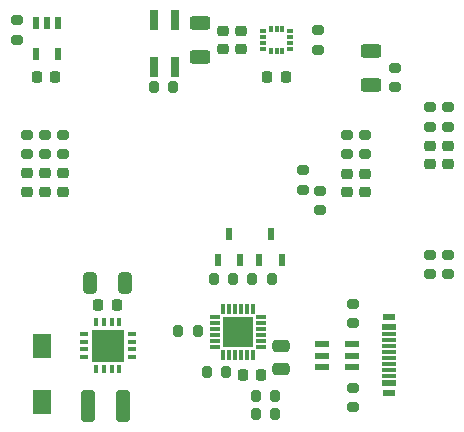
<source format=gbr>
%TF.GenerationSoftware,KiCad,Pcbnew,8.0.4*%
%TF.CreationDate,2024-08-24T14:44:17+02:00*%
%TF.ProjectId,BarbelMotionTracker-V1,42617262-656c-44d6-9f74-696f6e547261,rev?*%
%TF.SameCoordinates,PX7bfa480PY7735940*%
%TF.FileFunction,Paste,Bot*%
%TF.FilePolarity,Positive*%
%FSLAX46Y46*%
G04 Gerber Fmt 4.6, Leading zero omitted, Abs format (unit mm)*
G04 Created by KiCad (PCBNEW 8.0.4) date 2024-08-24 14:44:17*
%MOMM*%
%LPD*%
G01*
G04 APERTURE LIST*
G04 Aperture macros list*
%AMRoundRect*
0 Rectangle with rounded corners*
0 $1 Rounding radius*
0 $2 $3 $4 $5 $6 $7 $8 $9 X,Y pos of 4 corners*
0 Add a 4 corners polygon primitive as box body*
4,1,4,$2,$3,$4,$5,$6,$7,$8,$9,$2,$3,0*
0 Add four circle primitives for the rounded corners*
1,1,$1+$1,$2,$3*
1,1,$1+$1,$4,$5*
1,1,$1+$1,$6,$7*
1,1,$1+$1,$8,$9*
0 Add four rect primitives between the rounded corners*
20,1,$1+$1,$2,$3,$4,$5,0*
20,1,$1+$1,$4,$5,$6,$7,0*
20,1,$1+$1,$6,$7,$8,$9,0*
20,1,$1+$1,$8,$9,$2,$3,0*%
G04 Aperture macros list end*
%ADD10RoundRect,0.225000X0.225000X0.250000X-0.225000X0.250000X-0.225000X-0.250000X0.225000X-0.250000X0*%
%ADD11RoundRect,0.200000X0.200000X0.275000X-0.200000X0.275000X-0.200000X-0.275000X0.200000X-0.275000X0*%
%ADD12RoundRect,0.200000X-0.275000X0.200000X-0.275000X-0.200000X0.275000X-0.200000X0.275000X0.200000X0*%
%ADD13RoundRect,0.225000X0.250000X-0.225000X0.250000X0.225000X-0.250000X0.225000X-0.250000X-0.225000X0*%
%ADD14R,0.550000X1.050000*%
%ADD15RoundRect,0.200000X-0.200000X-0.275000X0.200000X-0.275000X0.200000X0.275000X-0.200000X0.275000X0*%
%ADD16R,0.600000X1.100000*%
%ADD17RoundRect,0.250000X0.325000X0.650000X-0.325000X0.650000X-0.325000X-0.650000X0.325000X-0.650000X0*%
%ADD18R,1.600000X2.150000*%
%ADD19R,0.850000X0.300000*%
%ADD20R,0.300000X0.850000*%
%ADD21R,2.550000X2.550000*%
%ADD22RoundRect,0.250000X-0.325000X-1.100000X0.325000X-1.100000X0.325000X1.100000X-0.325000X1.100000X0*%
%ADD23RoundRect,0.250000X0.475000X-0.250000X0.475000X0.250000X-0.475000X0.250000X-0.475000X-0.250000X0*%
%ADD24R,1.100000X0.600000*%
%ADD25R,1.150000X0.600000*%
%ADD26R,1.150000X0.300000*%
%ADD27RoundRect,0.250000X0.625000X-0.312500X0.625000X0.312500X-0.625000X0.312500X-0.625000X-0.312500X0*%
%ADD28R,1.200000X0.600000*%
%ADD29R,0.600000X0.300000*%
%ADD30R,0.300000X0.600000*%
%ADD31R,0.790000X1.660000*%
%ADD32RoundRect,0.200000X0.275000X-0.200000X0.275000X0.200000X-0.275000X0.200000X-0.275000X-0.200000X0*%
%ADD33R,0.350000X0.800000*%
%ADD34R,0.800000X0.350000*%
%ADD35R,2.800000X2.800000*%
G04 APERTURE END LIST*
D10*
%TO.C,C6*%
X4275000Y29500000D03*
X2725000Y29500000D03*
%TD*%
D11*
%TO.C,R40*%
X14275000Y28650000D03*
X12625000Y28650000D03*
%TD*%
%TO.C,R8*%
X22900000Y2500000D03*
X21250000Y2500000D03*
%TD*%
D12*
%TO.C,R4*%
X25200000Y21625000D03*
X25200000Y19975000D03*
%TD*%
%TO.C,R22*%
X4900000Y24650000D03*
X4900000Y23000000D03*
%TD*%
D13*
%TO.C,C15*%
X36000000Y22162500D03*
X36000000Y23712500D03*
%TD*%
D11*
%TO.C,R45*%
X16325000Y8000000D03*
X14675000Y8000000D03*
%TD*%
D12*
%TO.C,R19*%
X1900000Y24650000D03*
X1900000Y23000000D03*
%TD*%
D14*
%TO.C,IC3*%
X2600000Y34100000D03*
X3550000Y34100000D03*
X4500000Y34100000D03*
X4500000Y31500000D03*
X2600000Y31500000D03*
%TD*%
D13*
%TO.C,C18*%
X30500000Y19800000D03*
X30500000Y21350000D03*
%TD*%
D15*
%TO.C,R6*%
X21250000Y1000000D03*
X22900000Y1000000D03*
%TD*%
D12*
%TO.C,R20*%
X36000000Y26987500D03*
X36000000Y25337500D03*
%TD*%
%TO.C,R21*%
X37500000Y26962500D03*
X37500000Y25312500D03*
%TD*%
D16*
%TO.C,Q2*%
X23450000Y14000000D03*
X21550000Y14000000D03*
X22500000Y16200000D03*
%TD*%
D17*
%TO.C,C38*%
X10175000Y12100000D03*
X7225000Y12100000D03*
%TD*%
D12*
%TO.C,R12*%
X1000000Y34325000D03*
X1000000Y32675000D03*
%TD*%
D18*
%TO.C,L1*%
X3125000Y6800000D03*
X3125000Y2000000D03*
%TD*%
D12*
%TO.C,R5*%
X26700000Y19925000D03*
X26700000Y18275000D03*
%TD*%
D10*
%TO.C,C36*%
X9475000Y10200000D03*
X7925000Y10200000D03*
%TD*%
D13*
%TO.C,C26*%
X18500000Y31900000D03*
X18500000Y33450000D03*
%TD*%
D19*
%TO.C,IC2*%
X21700000Y9200000D03*
X21700000Y8700000D03*
X21700000Y8200000D03*
X21700000Y7700000D03*
X21700000Y7200000D03*
X21700000Y6700000D03*
D20*
X21000000Y6000000D03*
X20500000Y6000000D03*
X20000000Y6000000D03*
X19500000Y6000000D03*
X19000000Y6000000D03*
X18500000Y6000000D03*
D19*
X17800000Y6700000D03*
X17800000Y7200000D03*
X17800000Y7700000D03*
X17800000Y8200000D03*
X17800000Y8700000D03*
X17800000Y9200000D03*
D20*
X18500000Y9900000D03*
X19000000Y9900000D03*
X19500000Y9900000D03*
X20000000Y9900000D03*
X20500000Y9900000D03*
X21000000Y9900000D03*
D21*
X19750000Y7950000D03*
%TD*%
D12*
%TO.C,R24*%
X29000000Y24625000D03*
X29000000Y22975000D03*
%TD*%
D22*
%TO.C,C37*%
X7025000Y1700000D03*
X9975000Y1700000D03*
%TD*%
D23*
%TO.C,C4*%
X23400000Y4850000D03*
X23400000Y6750000D03*
%TD*%
D13*
%TO.C,C13*%
X3400000Y19825000D03*
X3400000Y21375000D03*
%TD*%
%TO.C,C25*%
X20000000Y31900000D03*
X20000000Y33450000D03*
%TD*%
%TO.C,C14*%
X1900000Y19825000D03*
X1900000Y21375000D03*
%TD*%
D24*
%TO.C,J1*%
X32495000Y9200000D03*
D25*
X32495000Y8400000D03*
D26*
X32495000Y7250000D03*
X32495000Y6250000D03*
X32495000Y5750000D03*
X32495000Y4750000D03*
D24*
X32495000Y2800000D03*
D25*
X32495000Y3600000D03*
D26*
X32495000Y4250000D03*
X32495000Y5250000D03*
X32495000Y6750000D03*
X32495000Y7750000D03*
%TD*%
D13*
%TO.C,C16*%
X37500000Y22137500D03*
X37500000Y23687500D03*
%TD*%
D10*
%TO.C,C24*%
X23775000Y29500000D03*
X22225000Y29500000D03*
%TD*%
D27*
%TO.C,R41*%
X31000000Y28837500D03*
X31000000Y31762500D03*
%TD*%
D13*
%TO.C,C19*%
X29000000Y19800000D03*
X29000000Y21350000D03*
%TD*%
D15*
%TO.C,R7*%
X17075000Y4530000D03*
X18725000Y4530000D03*
%TD*%
D28*
%TO.C,IC1*%
X26880000Y5000000D03*
X26880000Y5950000D03*
X26880000Y6900000D03*
X29380000Y6900000D03*
X29380000Y5950000D03*
X29380000Y5000000D03*
%TD*%
D12*
%TO.C,R16*%
X3400000Y24650000D03*
X3400000Y23000000D03*
%TD*%
D29*
%TO.C,IC7*%
X24150000Y33425000D03*
X24150000Y32925000D03*
X24150000Y32425000D03*
X24150000Y31925000D03*
D30*
X23500000Y31775000D03*
X23000000Y31775000D03*
X22500000Y31775000D03*
D29*
X21850000Y31925000D03*
X21850000Y32425000D03*
X21850000Y32925000D03*
X21850000Y33425000D03*
D30*
X22500000Y33575000D03*
X23000000Y33575000D03*
X23500000Y33575000D03*
%TD*%
D31*
%TO.C,U4*%
X14400000Y34366500D03*
X14400000Y30366500D03*
X12600000Y30366500D03*
X12600000Y34366500D03*
%TD*%
D10*
%TO.C,C5*%
X21675000Y4300000D03*
X20125000Y4300000D03*
%TD*%
D12*
%TO.C,R1*%
X29500000Y10325000D03*
X29500000Y8675000D03*
%TD*%
D27*
%TO.C,R38*%
X16500000Y31212500D03*
X16500000Y34137500D03*
%TD*%
D11*
%TO.C,R9*%
X22600000Y12450000D03*
X20950000Y12450000D03*
%TD*%
D13*
%TO.C,C17*%
X4900000Y19825000D03*
X4900000Y21375000D03*
%TD*%
D12*
%TO.C,R13*%
X37500000Y14500000D03*
X37500000Y12850000D03*
%TD*%
%TO.C,R2*%
X29500000Y3225000D03*
X29500000Y1575000D03*
%TD*%
D32*
%TO.C,R11*%
X36000000Y12850000D03*
X36000000Y14500000D03*
%TD*%
D16*
%TO.C,Q1*%
X19950000Y14000000D03*
X18050000Y14000000D03*
X19000000Y16200000D03*
%TD*%
D32*
%TO.C,R47*%
X26500000Y31850000D03*
X26500000Y33500000D03*
%TD*%
%TO.C,R43*%
X33000000Y28675000D03*
X33000000Y30325000D03*
%TD*%
D15*
%TO.C,R10*%
X17675000Y12450000D03*
X19325000Y12450000D03*
%TD*%
D12*
%TO.C,R23*%
X30500000Y24625000D03*
X30500000Y22975000D03*
%TD*%
D33*
%TO.C,IC5*%
X7750000Y8800000D03*
X8400000Y8800000D03*
X9050000Y8800000D03*
X9700000Y8800000D03*
D34*
X10725000Y7775000D03*
X10725000Y7125000D03*
X10725000Y6475000D03*
X10725000Y5825000D03*
D33*
X9700000Y4800000D03*
X9050000Y4800000D03*
X8400000Y4800000D03*
X7750000Y4800000D03*
D34*
X6725000Y5825000D03*
X6725000Y6475000D03*
X6725000Y7125000D03*
X6725000Y7775000D03*
D35*
X8725000Y6800000D03*
%TD*%
M02*

</source>
